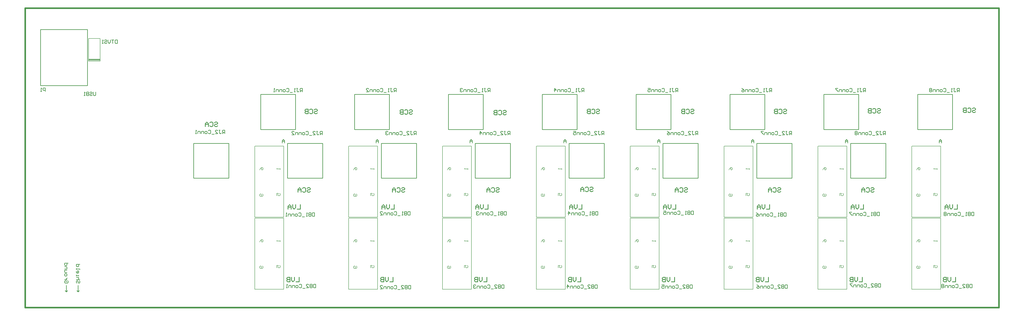
<source format=gbo>
G04 Layer_Color=32896*
%FSLAX42Y42*%
%MOMM*%
G71*
G01*
G75*
%ADD12C,0.25*%
%ADD13C,0.70*%
%ADD42C,0.20*%
%ADD43C,0.15*%
%ADD44C,0.30*%
D12*
X16354Y13005D02*
Y14529D01*
X14846Y13005D02*
X16354D01*
X14846Y14529D02*
X16354D01*
X14846Y13005D02*
Y14529D01*
X20418Y13005D02*
Y14529D01*
X18910Y13005D02*
X20418D01*
X18910Y14529D02*
X20418D01*
X18910Y13005D02*
Y14529D01*
X24482Y13005D02*
Y14529D01*
X22974Y13005D02*
X24482D01*
X22974Y14529D02*
X24482D01*
X22974Y13005D02*
Y14529D01*
X28546Y13005D02*
Y14529D01*
X27038Y13005D02*
X28546D01*
X27038Y14529D02*
X28546D01*
X27038Y13005D02*
Y14529D01*
X32610Y13005D02*
Y14529D01*
X31102Y13005D02*
X32610D01*
X31102Y14529D02*
X32610D01*
X31102Y13005D02*
Y14529D01*
X36674Y13005D02*
Y14529D01*
X35166Y13005D02*
X36674D01*
X35166Y14529D02*
X36674D01*
X35166Y13005D02*
Y14529D01*
X40738Y13005D02*
Y14529D01*
X39230Y13005D02*
X40738D01*
X39230Y14529D02*
X40738D01*
X39230Y13005D02*
Y14529D01*
X44802Y13005D02*
Y14529D01*
X43294Y13005D02*
X44802D01*
X43294Y14529D02*
X44802D01*
X43294Y13005D02*
Y14529D01*
X11938Y10901D02*
X13462D01*
X11938D02*
Y12409D01*
X13462Y10901D02*
Y12409D01*
X11938D02*
X13462D01*
X16002Y10901D02*
X17526D01*
X16002D02*
Y12409D01*
X17526Y10901D02*
Y12409D01*
X16002D02*
X17526D01*
X20066Y10901D02*
X21590D01*
X20066D02*
Y12409D01*
X21590Y10901D02*
Y12409D01*
X20066D02*
X21590D01*
X24130Y10901D02*
X25654D01*
X24130D02*
Y12409D01*
X25654Y10901D02*
Y12409D01*
X24130D02*
X25654D01*
X28194Y10901D02*
X29718D01*
X28194D02*
Y12409D01*
X29718Y10901D02*
Y12409D01*
X28194D02*
X29718D01*
X32258Y10901D02*
X33782D01*
X32258D02*
Y12409D01*
X33782Y10901D02*
Y12409D01*
X32258D02*
X33782D01*
X36322Y10901D02*
X37846D01*
X36322D02*
Y12409D01*
X37846Y10901D02*
Y12409D01*
X36322D02*
X37846D01*
X40386Y10901D02*
X41910D01*
X40386D02*
Y12409D01*
X41910Y10901D02*
Y12409D01*
X40386D02*
X41910D01*
X6426Y5969D02*
Y6248D01*
Y5969D02*
X6477Y6020D01*
X6426Y5969D02*
X6477Y6020D01*
X6375D02*
X6426Y5969D01*
X6883Y6020D02*
X6934Y5969D01*
X6985Y6020D01*
X6934Y5969D02*
X6985Y6020D01*
X6934Y5969D02*
Y6248D01*
X5309Y17346D02*
X7341D01*
X5309Y14912D02*
X7341D01*
X5309D02*
Y17346D01*
X7341Y14912D02*
Y17346D01*
X7395Y16019D02*
X7895D01*
X7395Y16059D02*
X7885D01*
X13284Y12827D02*
Y12979D01*
X13208D01*
X13183Y12954D01*
Y12903D01*
X13208Y12878D01*
X13284D01*
X13233D02*
X13183Y12827D01*
X13030Y12979D02*
X13081D01*
X13056D01*
Y12852D01*
X13081Y12827D01*
X13106D01*
X13132Y12852D01*
X12878Y12827D02*
X12979D01*
X12878Y12929D01*
Y12954D01*
X12903Y12979D01*
X12954D01*
X12979Y12954D01*
X12827Y12802D02*
X12726D01*
X12573Y12954D02*
X12599Y12979D01*
X12649D01*
X12675Y12954D01*
Y12852D01*
X12649Y12827D01*
X12599D01*
X12573Y12852D01*
X12497Y12827D02*
X12446D01*
X12421Y12852D01*
Y12903D01*
X12446Y12929D01*
X12497D01*
X12522Y12903D01*
Y12852D01*
X12497Y12827D01*
X12370D02*
Y12929D01*
X12294D01*
X12269Y12903D01*
Y12827D01*
X12218D02*
Y12929D01*
X12142D01*
X12116Y12903D01*
Y12827D01*
X12065D02*
X12015D01*
X12040D01*
Y12979D01*
X12065Y12954D01*
X16647Y14643D02*
Y14795D01*
X16571D01*
X16546Y14770D01*
Y14719D01*
X16571Y14694D01*
X16647D01*
X16596D02*
X16546Y14643D01*
X16393Y14795D02*
X16444D01*
X16419D01*
Y14668D01*
X16444Y14643D01*
X16469D01*
X16495Y14668D01*
X16342Y14643D02*
X16292D01*
X16317D01*
Y14795D01*
X16342Y14770D01*
X16215Y14618D02*
X16114D01*
X15962Y14770D02*
X15987Y14795D01*
X16038D01*
X16063Y14770D01*
Y14668D01*
X16038Y14643D01*
X15987D01*
X15962Y14668D01*
X15885Y14643D02*
X15835D01*
X15809Y14668D01*
Y14719D01*
X15835Y14745D01*
X15885D01*
X15911Y14719D01*
Y14668D01*
X15885Y14643D01*
X15758D02*
Y14745D01*
X15682D01*
X15657Y14719D01*
Y14643D01*
X15606D02*
Y14745D01*
X15530D01*
X15505Y14719D01*
Y14643D01*
X15454D02*
X15403D01*
X15428D01*
Y14795D01*
X15454Y14770D01*
X17221Y6299D02*
Y6147D01*
X17145D01*
X17120Y6172D01*
Y6274D01*
X17145Y6299D01*
X17221D01*
X17069D02*
Y6147D01*
X16993D01*
X16967Y6172D01*
Y6198D01*
X16993Y6223D01*
X17069D01*
X16993D01*
X16967Y6248D01*
Y6274D01*
X16993Y6299D01*
X17069D01*
X16815Y6147D02*
X16916D01*
X16815Y6248D01*
Y6274D01*
X16840Y6299D01*
X16891D01*
X16916Y6274D01*
X16764Y6121D02*
X16663D01*
X16510Y6274D02*
X16536Y6299D01*
X16586D01*
X16612Y6274D01*
Y6172D01*
X16586Y6147D01*
X16536D01*
X16510Y6172D01*
X16434Y6147D02*
X16383D01*
X16358Y6172D01*
Y6223D01*
X16383Y6248D01*
X16434D01*
X16459Y6223D01*
Y6172D01*
X16434Y6147D01*
X16307D02*
Y6248D01*
X16231D01*
X16206Y6223D01*
Y6147D01*
X16155D02*
Y6248D01*
X16079D01*
X16053Y6223D01*
Y6147D01*
X16002D02*
X15952D01*
X15977D01*
Y6299D01*
X16002Y6274D01*
X17170Y9398D02*
Y9246D01*
X17094D01*
X17069Y9271D01*
Y9373D01*
X17094Y9398D01*
X17170D01*
X17018D02*
Y9246D01*
X16942D01*
X16916Y9271D01*
Y9296D01*
X16942Y9322D01*
X17018D01*
X16942D01*
X16916Y9347D01*
Y9373D01*
X16942Y9398D01*
X17018D01*
X16866Y9246D02*
X16815D01*
X16840D01*
Y9398D01*
X16866Y9373D01*
X16739Y9220D02*
X16637D01*
X16485Y9373D02*
X16510Y9398D01*
X16561D01*
X16586Y9373D01*
Y9271D01*
X16561Y9246D01*
X16510D01*
X16485Y9271D01*
X16409Y9246D02*
X16358D01*
X16332Y9271D01*
Y9322D01*
X16358Y9347D01*
X16409D01*
X16434Y9322D01*
Y9271D01*
X16409Y9246D01*
X16282D02*
Y9347D01*
X16206D01*
X16180Y9322D01*
Y9246D01*
X16129D02*
Y9347D01*
X16053D01*
X16028Y9322D01*
Y9246D01*
X15977D02*
X15926D01*
X15952D01*
Y9398D01*
X15977Y9373D01*
X7700Y14630D02*
Y14503D01*
X7675Y14478D01*
X7624D01*
X7599Y14503D01*
Y14630D01*
X7446Y14605D02*
X7472Y14630D01*
X7523D01*
X7548Y14605D01*
Y14580D01*
X7523Y14554D01*
X7472D01*
X7446Y14529D01*
Y14503D01*
X7472Y14478D01*
X7523D01*
X7548Y14503D01*
X7396Y14630D02*
Y14478D01*
X7320D01*
X7294Y14503D01*
Y14529D01*
X7320Y14554D01*
X7396D01*
X7320D01*
X7294Y14580D01*
Y14605D01*
X7320Y14630D01*
X7396D01*
X7243Y14478D02*
X7193D01*
X7218D01*
Y14630D01*
X7243Y14605D01*
X21311Y9449D02*
Y9296D01*
X21234D01*
X21209Y9322D01*
Y9423D01*
X21234Y9449D01*
X21311D01*
X21158D02*
Y9296D01*
X21082D01*
X21057Y9322D01*
Y9347D01*
X21082Y9373D01*
X21158D01*
X21082D01*
X21057Y9398D01*
Y9423D01*
X21082Y9449D01*
X21158D01*
X21006Y9296D02*
X20955D01*
X20981D01*
Y9449D01*
X21006Y9423D01*
X20879Y9271D02*
X20777D01*
X20625Y9423D02*
X20650Y9449D01*
X20701D01*
X20727Y9423D01*
Y9322D01*
X20701Y9296D01*
X20650D01*
X20625Y9322D01*
X20549Y9296D02*
X20498D01*
X20473Y9322D01*
Y9373D01*
X20498Y9398D01*
X20549D01*
X20574Y9373D01*
Y9322D01*
X20549Y9296D01*
X20422D02*
Y9398D01*
X20346D01*
X20320Y9373D01*
Y9296D01*
X20270D02*
Y9398D01*
X20193D01*
X20168Y9373D01*
Y9296D01*
X20016D02*
X20117D01*
X20016Y9398D01*
Y9423D01*
X20041Y9449D01*
X20092D01*
X20117Y9423D01*
X21336Y6248D02*
Y6096D01*
X21260D01*
X21234Y6121D01*
Y6223D01*
X21260Y6248D01*
X21336D01*
X21184D02*
Y6096D01*
X21107D01*
X21082Y6121D01*
Y6147D01*
X21107Y6172D01*
X21184D01*
X21107D01*
X21082Y6198D01*
Y6223D01*
X21107Y6248D01*
X21184D01*
X20930Y6096D02*
X21031D01*
X20930Y6198D01*
Y6223D01*
X20955Y6248D01*
X21006D01*
X21031Y6223D01*
X20879Y6071D02*
X20777D01*
X20625Y6223D02*
X20650Y6248D01*
X20701D01*
X20727Y6223D01*
Y6121D01*
X20701Y6096D01*
X20650D01*
X20625Y6121D01*
X20549Y6096D02*
X20498D01*
X20473Y6121D01*
Y6172D01*
X20498Y6198D01*
X20549D01*
X20574Y6172D01*
Y6121D01*
X20549Y6096D01*
X20422D02*
Y6198D01*
X20346D01*
X20320Y6172D01*
Y6096D01*
X20270D02*
Y6198D01*
X20193D01*
X20168Y6172D01*
Y6096D01*
X20016D02*
X20117D01*
X20016Y6198D01*
Y6223D01*
X20041Y6248D01*
X20092D01*
X20117Y6223D01*
X20711Y14643D02*
Y14795D01*
X20635D01*
X20610Y14770D01*
Y14719D01*
X20635Y14694D01*
X20711D01*
X20660D02*
X20610Y14643D01*
X20457Y14795D02*
X20508D01*
X20483D01*
Y14668D01*
X20508Y14643D01*
X20533D01*
X20559Y14668D01*
X20406Y14643D02*
X20356D01*
X20381D01*
Y14795D01*
X20406Y14770D01*
X20279Y14618D02*
X20178D01*
X20026Y14770D02*
X20051Y14795D01*
X20102D01*
X20127Y14770D01*
Y14668D01*
X20102Y14643D01*
X20051D01*
X20026Y14668D01*
X19949Y14643D02*
X19899D01*
X19873Y14668D01*
Y14719D01*
X19899Y14745D01*
X19949D01*
X19975Y14719D01*
Y14668D01*
X19949Y14643D01*
X19822D02*
Y14745D01*
X19746D01*
X19721Y14719D01*
Y14643D01*
X19670D02*
Y14745D01*
X19594D01*
X19569Y14719D01*
Y14643D01*
X19416D02*
X19518D01*
X19416Y14745D01*
Y14770D01*
X19442Y14795D01*
X19492D01*
X19518Y14770D01*
X17513Y12781D02*
Y12934D01*
X17437D01*
X17412Y12908D01*
Y12857D01*
X17437Y12832D01*
X17513D01*
X17463D02*
X17412Y12781D01*
X17259Y12934D02*
X17310D01*
X17285D01*
Y12807D01*
X17310Y12781D01*
X17336D01*
X17361Y12807D01*
X17107Y12781D02*
X17209D01*
X17107Y12883D01*
Y12908D01*
X17132Y12934D01*
X17183D01*
X17209Y12908D01*
X17056Y12756D02*
X16955D01*
X16802Y12908D02*
X16828Y12934D01*
X16879D01*
X16904Y12908D01*
Y12807D01*
X16879Y12781D01*
X16828D01*
X16802Y12807D01*
X16726Y12781D02*
X16675D01*
X16650Y12807D01*
Y12857D01*
X16675Y12883D01*
X16726D01*
X16752Y12857D01*
Y12807D01*
X16726Y12781D01*
X16599D02*
Y12883D01*
X16523D01*
X16498Y12857D01*
Y12781D01*
X16447D02*
Y12883D01*
X16371D01*
X16345Y12857D01*
Y12781D01*
X16193D02*
X16294D01*
X16193Y12883D01*
Y12908D01*
X16218Y12934D01*
X16269D01*
X16294Y12908D01*
X25476Y9449D02*
Y9296D01*
X25400D01*
X25375Y9322D01*
Y9423D01*
X25400Y9449D01*
X25476D01*
X25324D02*
Y9296D01*
X25248D01*
X25222Y9322D01*
Y9347D01*
X25248Y9373D01*
X25324D01*
X25248D01*
X25222Y9398D01*
Y9423D01*
X25248Y9449D01*
X25324D01*
X25171Y9296D02*
X25121D01*
X25146D01*
Y9449D01*
X25171Y9423D01*
X25045Y9271D02*
X24943D01*
X24791Y9423D02*
X24816Y9449D01*
X24867D01*
X24892Y9423D01*
Y9322D01*
X24867Y9296D01*
X24816D01*
X24791Y9322D01*
X24714Y9296D02*
X24664D01*
X24638Y9322D01*
Y9373D01*
X24664Y9398D01*
X24714D01*
X24740Y9373D01*
Y9322D01*
X24714Y9296D01*
X24587D02*
Y9398D01*
X24511D01*
X24486Y9373D01*
Y9296D01*
X24435D02*
Y9398D01*
X24359D01*
X24334Y9373D01*
Y9296D01*
X24283Y9423D02*
X24257Y9449D01*
X24207D01*
X24181Y9423D01*
Y9398D01*
X24207Y9373D01*
X24232D01*
X24207D01*
X24181Y9347D01*
Y9322D01*
X24207Y9296D01*
X24257D01*
X24283Y9322D01*
X25375Y6274D02*
Y6121D01*
X25298D01*
X25273Y6147D01*
Y6248D01*
X25298Y6274D01*
X25375D01*
X25222D02*
Y6121D01*
X25146D01*
X25121Y6147D01*
Y6172D01*
X25146Y6198D01*
X25222D01*
X25146D01*
X25121Y6223D01*
Y6248D01*
X25146Y6274D01*
X25222D01*
X24968Y6121D02*
X25070D01*
X24968Y6223D01*
Y6248D01*
X24994Y6274D01*
X25045D01*
X25070Y6248D01*
X24918Y6096D02*
X24816D01*
X24664Y6248D02*
X24689Y6274D01*
X24740D01*
X24765Y6248D01*
Y6147D01*
X24740Y6121D01*
X24689D01*
X24664Y6147D01*
X24587Y6121D02*
X24537D01*
X24511Y6147D01*
Y6198D01*
X24537Y6223D01*
X24587D01*
X24613Y6198D01*
Y6147D01*
X24587Y6121D01*
X24460D02*
Y6223D01*
X24384D01*
X24359Y6198D01*
Y6121D01*
X24308D02*
Y6223D01*
X24232D01*
X24207Y6198D01*
Y6121D01*
X24156Y6248D02*
X24130Y6274D01*
X24080D01*
X24054Y6248D01*
Y6223D01*
X24080Y6198D01*
X24105D01*
X24080D01*
X24054Y6172D01*
Y6147D01*
X24080Y6121D01*
X24130D01*
X24156Y6147D01*
X24775Y14643D02*
Y14795D01*
X24699D01*
X24674Y14770D01*
Y14719D01*
X24699Y14694D01*
X24775D01*
X24724D02*
X24674Y14643D01*
X24521Y14795D02*
X24572D01*
X24547D01*
Y14668D01*
X24572Y14643D01*
X24597D01*
X24623Y14668D01*
X24470Y14643D02*
X24420D01*
X24445D01*
Y14795D01*
X24470Y14770D01*
X24343Y14618D02*
X24242D01*
X24090Y14770D02*
X24115Y14795D01*
X24166D01*
X24191Y14770D01*
Y14668D01*
X24166Y14643D01*
X24115D01*
X24090Y14668D01*
X24013Y14643D02*
X23963D01*
X23937Y14668D01*
Y14719D01*
X23963Y14745D01*
X24013D01*
X24039Y14719D01*
Y14668D01*
X24013Y14643D01*
X23886D02*
Y14745D01*
X23810D01*
X23785Y14719D01*
Y14643D01*
X23734D02*
Y14745D01*
X23658D01*
X23633Y14719D01*
Y14643D01*
X23582Y14770D02*
X23556Y14795D01*
X23506D01*
X23480Y14770D01*
Y14745D01*
X23506Y14719D01*
X23531D01*
X23506D01*
X23480Y14694D01*
Y14668D01*
X23506Y14643D01*
X23556D01*
X23582Y14668D01*
X21577Y12781D02*
Y12934D01*
X21501D01*
X21476Y12908D01*
Y12857D01*
X21501Y12832D01*
X21577D01*
X21527D02*
X21476Y12781D01*
X21323Y12934D02*
X21374D01*
X21349D01*
Y12807D01*
X21374Y12781D01*
X21400D01*
X21425Y12807D01*
X21171Y12781D02*
X21273D01*
X21171Y12883D01*
Y12908D01*
X21196Y12934D01*
X21247D01*
X21273Y12908D01*
X21120Y12756D02*
X21019D01*
X20866Y12908D02*
X20892Y12934D01*
X20943D01*
X20968Y12908D01*
Y12807D01*
X20943Y12781D01*
X20892D01*
X20866Y12807D01*
X20790Y12781D02*
X20739D01*
X20714Y12807D01*
Y12857D01*
X20739Y12883D01*
X20790D01*
X20816Y12857D01*
Y12807D01*
X20790Y12781D01*
X20663D02*
Y12883D01*
X20587D01*
X20562Y12857D01*
Y12781D01*
X20511D02*
Y12883D01*
X20435D01*
X20409Y12857D01*
Y12781D01*
X20358Y12908D02*
X20333Y12934D01*
X20282D01*
X20257Y12908D01*
Y12883D01*
X20282Y12857D01*
X20308D01*
X20282D01*
X20257Y12832D01*
Y12807D01*
X20282Y12781D01*
X20333D01*
X20358Y12807D01*
X29439Y9449D02*
Y9296D01*
X29362D01*
X29337Y9322D01*
Y9423D01*
X29362Y9449D01*
X29439D01*
X29286D02*
Y9296D01*
X29210D01*
X29185Y9322D01*
Y9347D01*
X29210Y9373D01*
X29286D01*
X29210D01*
X29185Y9398D01*
Y9423D01*
X29210Y9449D01*
X29286D01*
X29134Y9296D02*
X29083D01*
X29109D01*
Y9449D01*
X29134Y9423D01*
X29007Y9271D02*
X28905D01*
X28753Y9423D02*
X28778Y9449D01*
X28829D01*
X28855Y9423D01*
Y9322D01*
X28829Y9296D01*
X28778D01*
X28753Y9322D01*
X28677Y9296D02*
X28626D01*
X28601Y9322D01*
Y9373D01*
X28626Y9398D01*
X28677D01*
X28702Y9373D01*
Y9322D01*
X28677Y9296D01*
X28550D02*
Y9398D01*
X28474D01*
X28448Y9373D01*
Y9296D01*
X28398D02*
Y9398D01*
X28321D01*
X28296Y9373D01*
Y9296D01*
X28169D02*
Y9449D01*
X28245Y9373D01*
X28144D01*
X29413Y6274D02*
Y6121D01*
X29337D01*
X29312Y6147D01*
Y6248D01*
X29337Y6274D01*
X29413D01*
X29261D02*
Y6121D01*
X29185D01*
X29159Y6147D01*
Y6172D01*
X29185Y6198D01*
X29261D01*
X29185D01*
X29159Y6223D01*
Y6248D01*
X29185Y6274D01*
X29261D01*
X29007Y6121D02*
X29108D01*
X29007Y6223D01*
Y6248D01*
X29032Y6274D01*
X29083D01*
X29108Y6248D01*
X28956Y6096D02*
X28855D01*
X28702Y6248D02*
X28728Y6274D01*
X28778D01*
X28804Y6248D01*
Y6147D01*
X28778Y6121D01*
X28728D01*
X28702Y6147D01*
X28626Y6121D02*
X28575D01*
X28550Y6147D01*
Y6198D01*
X28575Y6223D01*
X28626D01*
X28651Y6198D01*
Y6147D01*
X28626Y6121D01*
X28499D02*
Y6223D01*
X28423D01*
X28398Y6198D01*
Y6121D01*
X28347D02*
Y6223D01*
X28271D01*
X28245Y6198D01*
Y6121D01*
X28118D02*
Y6274D01*
X28194Y6198D01*
X28093D01*
X28839Y14643D02*
Y14795D01*
X28763D01*
X28738Y14770D01*
Y14719D01*
X28763Y14694D01*
X28839D01*
X28788D02*
X28738Y14643D01*
X28585Y14795D02*
X28636D01*
X28611D01*
Y14668D01*
X28636Y14643D01*
X28661D01*
X28687Y14668D01*
X28534Y14643D02*
X28484D01*
X28509D01*
Y14795D01*
X28534Y14770D01*
X28408Y14618D02*
X28306D01*
X28154Y14770D02*
X28179Y14795D01*
X28230D01*
X28255Y14770D01*
Y14668D01*
X28230Y14643D01*
X28179D01*
X28154Y14668D01*
X28077Y14643D02*
X28027D01*
X28001Y14668D01*
Y14719D01*
X28027Y14745D01*
X28077D01*
X28103Y14719D01*
Y14668D01*
X28077Y14643D01*
X27950D02*
Y14745D01*
X27874D01*
X27849Y14719D01*
Y14643D01*
X27798D02*
Y14745D01*
X27722D01*
X27697Y14719D01*
Y14643D01*
X27570D02*
Y14795D01*
X27646Y14719D01*
X27544D01*
X25641Y12781D02*
Y12934D01*
X25565D01*
X25540Y12908D01*
Y12857D01*
X25565Y12832D01*
X25641D01*
X25591D02*
X25540Y12781D01*
X25387Y12934D02*
X25438D01*
X25413D01*
Y12807D01*
X25438Y12781D01*
X25464D01*
X25489Y12807D01*
X25235Y12781D02*
X25337D01*
X25235Y12883D01*
Y12908D01*
X25260Y12934D01*
X25311D01*
X25337Y12908D01*
X25184Y12756D02*
X25083D01*
X24930Y12908D02*
X24956Y12934D01*
X25007D01*
X25032Y12908D01*
Y12807D01*
X25007Y12781D01*
X24956D01*
X24930Y12807D01*
X24854Y12781D02*
X24803D01*
X24778Y12807D01*
Y12857D01*
X24803Y12883D01*
X24854D01*
X24880Y12857D01*
Y12807D01*
X24854Y12781D01*
X24727D02*
Y12883D01*
X24651D01*
X24626Y12857D01*
Y12781D01*
X24575D02*
Y12883D01*
X24499D01*
X24473Y12857D01*
Y12781D01*
X24346D02*
Y12934D01*
X24422Y12857D01*
X24321D01*
X33579Y9474D02*
Y9322D01*
X33503D01*
X33477Y9347D01*
Y9449D01*
X33503Y9474D01*
X33579D01*
X33426D02*
Y9322D01*
X33350D01*
X33325Y9347D01*
Y9373D01*
X33350Y9398D01*
X33426D01*
X33350D01*
X33325Y9423D01*
Y9449D01*
X33350Y9474D01*
X33426D01*
X33274Y9322D02*
X33223D01*
X33249D01*
Y9474D01*
X33274Y9449D01*
X33147Y9296D02*
X33046D01*
X32893Y9449D02*
X32919Y9474D01*
X32969D01*
X32995Y9449D01*
Y9347D01*
X32969Y9322D01*
X32919D01*
X32893Y9347D01*
X32817Y9322D02*
X32766D01*
X32741Y9347D01*
Y9398D01*
X32766Y9423D01*
X32817D01*
X32842Y9398D01*
Y9347D01*
X32817Y9322D01*
X32690D02*
Y9423D01*
X32614D01*
X32589Y9398D01*
Y9322D01*
X32538D02*
Y9423D01*
X32462D01*
X32436Y9398D01*
Y9322D01*
X32284Y9474D02*
X32385D01*
Y9398D01*
X32335Y9423D01*
X32309D01*
X32284Y9398D01*
Y9347D01*
X32309Y9322D01*
X32360D01*
X32385Y9347D01*
X33528Y6274D02*
Y6121D01*
X33452D01*
X33426Y6147D01*
Y6248D01*
X33452Y6274D01*
X33528D01*
X33376D02*
Y6121D01*
X33299D01*
X33274Y6147D01*
Y6172D01*
X33299Y6198D01*
X33376D01*
X33299D01*
X33274Y6223D01*
Y6248D01*
X33299Y6274D01*
X33376D01*
X33122Y6121D02*
X33223D01*
X33122Y6223D01*
Y6248D01*
X33147Y6274D01*
X33198D01*
X33223Y6248D01*
X33071Y6096D02*
X32969D01*
X32817Y6248D02*
X32842Y6274D01*
X32893D01*
X32919Y6248D01*
Y6147D01*
X32893Y6121D01*
X32842D01*
X32817Y6147D01*
X32741Y6121D02*
X32690D01*
X32665Y6147D01*
Y6198D01*
X32690Y6223D01*
X32741D01*
X32766Y6198D01*
Y6147D01*
X32741Y6121D01*
X32614D02*
Y6223D01*
X32538D01*
X32512Y6198D01*
Y6121D01*
X32462D02*
Y6223D01*
X32385D01*
X32360Y6198D01*
Y6121D01*
X32208Y6274D02*
X32309D01*
Y6198D01*
X32258Y6223D01*
X32233D01*
X32208Y6198D01*
Y6147D01*
X32233Y6121D01*
X32284D01*
X32309Y6147D01*
X32903Y14643D02*
Y14795D01*
X32827D01*
X32802Y14770D01*
Y14719D01*
X32827Y14694D01*
X32903D01*
X32852D02*
X32802Y14643D01*
X32649Y14795D02*
X32700D01*
X32675D01*
Y14668D01*
X32700Y14643D01*
X32725D01*
X32751Y14668D01*
X32598Y14643D02*
X32548D01*
X32573D01*
Y14795D01*
X32598Y14770D01*
X32471Y14618D02*
X32370D01*
X32218Y14770D02*
X32243Y14795D01*
X32294D01*
X32319Y14770D01*
Y14668D01*
X32294Y14643D01*
X32243D01*
X32218Y14668D01*
X32141Y14643D02*
X32091D01*
X32065Y14668D01*
Y14719D01*
X32091Y14745D01*
X32141D01*
X32167Y14719D01*
Y14668D01*
X32141Y14643D01*
X32014D02*
Y14745D01*
X31938D01*
X31913Y14719D01*
Y14643D01*
X31862D02*
Y14745D01*
X31786D01*
X31761Y14719D01*
Y14643D01*
X31608Y14795D02*
X31710D01*
Y14719D01*
X31659Y14745D01*
X31634D01*
X31608Y14719D01*
Y14668D01*
X31634Y14643D01*
X31684D01*
X31710Y14668D01*
X29705Y12781D02*
Y12934D01*
X29629D01*
X29604Y12908D01*
Y12857D01*
X29629Y12832D01*
X29705D01*
X29655D02*
X29604Y12781D01*
X29451Y12934D02*
X29502D01*
X29477D01*
Y12807D01*
X29502Y12781D01*
X29528D01*
X29553Y12807D01*
X29299Y12781D02*
X29401D01*
X29299Y12883D01*
Y12908D01*
X29324Y12934D01*
X29375D01*
X29401Y12908D01*
X29248Y12756D02*
X29147D01*
X28994Y12908D02*
X29020Y12934D01*
X29071D01*
X29096Y12908D01*
Y12807D01*
X29071Y12781D01*
X29020D01*
X28994Y12807D01*
X28918Y12781D02*
X28867D01*
X28842Y12807D01*
Y12857D01*
X28867Y12883D01*
X28918D01*
X28944Y12857D01*
Y12807D01*
X28918Y12781D01*
X28791D02*
Y12883D01*
X28715D01*
X28690Y12857D01*
Y12781D01*
X28639D02*
Y12883D01*
X28563D01*
X28537Y12857D01*
Y12781D01*
X28385Y12934D02*
X28486D01*
Y12857D01*
X28436Y12883D01*
X28410D01*
X28385Y12857D01*
Y12807D01*
X28410Y12781D01*
X28461D01*
X28486Y12807D01*
X37592Y9398D02*
Y9246D01*
X37516D01*
X37490Y9271D01*
Y9373D01*
X37516Y9398D01*
X37592D01*
X37440D02*
Y9246D01*
X37363D01*
X37338Y9271D01*
Y9296D01*
X37363Y9322D01*
X37440D01*
X37363D01*
X37338Y9347D01*
Y9373D01*
X37363Y9398D01*
X37440D01*
X37287Y9246D02*
X37237D01*
X37262D01*
Y9398D01*
X37287Y9373D01*
X37160Y9220D02*
X37059D01*
X36906Y9373D02*
X36932Y9398D01*
X36983D01*
X37008Y9373D01*
Y9271D01*
X36983Y9246D01*
X36932D01*
X36906Y9271D01*
X36830Y9246D02*
X36779D01*
X36754Y9271D01*
Y9322D01*
X36779Y9347D01*
X36830D01*
X36856Y9322D01*
Y9271D01*
X36830Y9246D01*
X36703D02*
Y9347D01*
X36627D01*
X36602Y9322D01*
Y9246D01*
X36551D02*
Y9347D01*
X36475D01*
X36449Y9322D01*
Y9246D01*
X36297Y9398D02*
X36348Y9373D01*
X36399Y9322D01*
Y9271D01*
X36373Y9246D01*
X36322D01*
X36297Y9271D01*
Y9296D01*
X36322Y9322D01*
X36399D01*
X37643Y6274D02*
Y6121D01*
X37567D01*
X37541Y6147D01*
Y6248D01*
X37567Y6274D01*
X37643D01*
X37490D02*
Y6121D01*
X37414D01*
X37389Y6147D01*
Y6172D01*
X37414Y6198D01*
X37490D01*
X37414D01*
X37389Y6223D01*
Y6248D01*
X37414Y6274D01*
X37490D01*
X37237Y6121D02*
X37338D01*
X37237Y6223D01*
Y6248D01*
X37262Y6274D01*
X37313D01*
X37338Y6248D01*
X37186Y6096D02*
X37084D01*
X36932Y6248D02*
X36957Y6274D01*
X37008D01*
X37033Y6248D01*
Y6147D01*
X37008Y6121D01*
X36957D01*
X36932Y6147D01*
X36856Y6121D02*
X36805D01*
X36779Y6147D01*
Y6198D01*
X36805Y6223D01*
X36856D01*
X36881Y6198D01*
Y6147D01*
X36856Y6121D01*
X36729D02*
Y6223D01*
X36653D01*
X36627Y6198D01*
Y6121D01*
X36576D02*
Y6223D01*
X36500D01*
X36475Y6198D01*
Y6121D01*
X36322Y6274D02*
X36373Y6248D01*
X36424Y6198D01*
Y6147D01*
X36399Y6121D01*
X36348D01*
X36322Y6147D01*
Y6172D01*
X36348Y6198D01*
X36424D01*
X36967Y14643D02*
Y14795D01*
X36891D01*
X36866Y14770D01*
Y14719D01*
X36891Y14694D01*
X36967D01*
X36916D02*
X36866Y14643D01*
X36713Y14795D02*
X36764D01*
X36739D01*
Y14668D01*
X36764Y14643D01*
X36789D01*
X36815Y14668D01*
X36662Y14643D02*
X36612D01*
X36637D01*
Y14795D01*
X36662Y14770D01*
X36536Y14618D02*
X36434D01*
X36282Y14770D02*
X36307Y14795D01*
X36358D01*
X36383Y14770D01*
Y14668D01*
X36358Y14643D01*
X36307D01*
X36282Y14668D01*
X36205Y14643D02*
X36155D01*
X36129Y14668D01*
Y14719D01*
X36155Y14745D01*
X36205D01*
X36231Y14719D01*
Y14668D01*
X36205Y14643D01*
X36078D02*
Y14745D01*
X36002D01*
X35977Y14719D01*
Y14643D01*
X35926D02*
Y14745D01*
X35850D01*
X35825Y14719D01*
Y14643D01*
X35672Y14795D02*
X35723Y14770D01*
X35774Y14719D01*
Y14668D01*
X35748Y14643D01*
X35698D01*
X35672Y14668D01*
Y14694D01*
X35698Y14719D01*
X35774D01*
X33769Y12781D02*
Y12934D01*
X33693D01*
X33668Y12908D01*
Y12857D01*
X33693Y12832D01*
X33769D01*
X33719D02*
X33668Y12781D01*
X33515Y12934D02*
X33566D01*
X33541D01*
Y12807D01*
X33566Y12781D01*
X33592D01*
X33617Y12807D01*
X33363Y12781D02*
X33465D01*
X33363Y12883D01*
Y12908D01*
X33388Y12934D01*
X33439D01*
X33465Y12908D01*
X33312Y12756D02*
X33211D01*
X33058Y12908D02*
X33084Y12934D01*
X33135D01*
X33160Y12908D01*
Y12807D01*
X33135Y12781D01*
X33084D01*
X33058Y12807D01*
X32982Y12781D02*
X32931D01*
X32906Y12807D01*
Y12857D01*
X32931Y12883D01*
X32982D01*
X33008Y12857D01*
Y12807D01*
X32982Y12781D01*
X32855D02*
Y12883D01*
X32779D01*
X32754Y12857D01*
Y12781D01*
X32703D02*
Y12883D01*
X32627D01*
X32601Y12857D01*
Y12781D01*
X32449Y12934D02*
X32500Y12908D01*
X32550Y12857D01*
Y12807D01*
X32525Y12781D01*
X32474D01*
X32449Y12807D01*
Y12832D01*
X32474Y12857D01*
X32550D01*
X41631Y9423D02*
Y9271D01*
X41554D01*
X41529Y9296D01*
Y9398D01*
X41554Y9423D01*
X41631D01*
X41478D02*
Y9271D01*
X41402D01*
X41377Y9296D01*
Y9322D01*
X41402Y9347D01*
X41478D01*
X41402D01*
X41377Y9373D01*
Y9398D01*
X41402Y9423D01*
X41478D01*
X41326Y9271D02*
X41275D01*
X41301D01*
Y9423D01*
X41326Y9398D01*
X41199Y9246D02*
X41097D01*
X40945Y9398D02*
X40970Y9423D01*
X41021D01*
X41047Y9398D01*
Y9296D01*
X41021Y9271D01*
X40970D01*
X40945Y9296D01*
X40869Y9271D02*
X40818D01*
X40793Y9296D01*
Y9347D01*
X40818Y9373D01*
X40869D01*
X40894Y9347D01*
Y9296D01*
X40869Y9271D01*
X40742D02*
Y9373D01*
X40666D01*
X40640Y9347D01*
Y9271D01*
X40590D02*
Y9373D01*
X40513D01*
X40488Y9347D01*
Y9271D01*
X40437Y9423D02*
X40336D01*
Y9398D01*
X40437Y9296D01*
Y9271D01*
X41681Y6325D02*
Y6172D01*
X41605D01*
X41580Y6198D01*
Y6299D01*
X41605Y6325D01*
X41681D01*
X41529D02*
Y6172D01*
X41453D01*
X41427Y6198D01*
Y6223D01*
X41453Y6248D01*
X41529D01*
X41453D01*
X41427Y6274D01*
Y6299D01*
X41453Y6325D01*
X41529D01*
X41275Y6172D02*
X41377D01*
X41275Y6274D01*
Y6299D01*
X41301Y6325D01*
X41351D01*
X41377Y6299D01*
X41224Y6147D02*
X41123D01*
X40970Y6299D02*
X40996Y6325D01*
X41047D01*
X41072Y6299D01*
Y6198D01*
X41047Y6172D01*
X40996D01*
X40970Y6198D01*
X40894Y6172D02*
X40843D01*
X40818Y6198D01*
Y6248D01*
X40843Y6274D01*
X40894D01*
X40920Y6248D01*
Y6198D01*
X40894Y6172D01*
X40767D02*
Y6274D01*
X40691D01*
X40666Y6248D01*
Y6172D01*
X40615D02*
Y6274D01*
X40539D01*
X40513Y6248D01*
Y6172D01*
X40463Y6325D02*
X40361D01*
Y6299D01*
X40463Y6198D01*
Y6172D01*
X41031Y14643D02*
Y14795D01*
X40955D01*
X40930Y14770D01*
Y14719D01*
X40955Y14694D01*
X41031D01*
X40980D02*
X40930Y14643D01*
X40777Y14795D02*
X40828D01*
X40803D01*
Y14668D01*
X40828Y14643D01*
X40853D01*
X40879Y14668D01*
X40726Y14643D02*
X40676D01*
X40701D01*
Y14795D01*
X40726Y14770D01*
X40599Y14618D02*
X40498D01*
X40346Y14770D02*
X40371Y14795D01*
X40422D01*
X40447Y14770D01*
Y14668D01*
X40422Y14643D01*
X40371D01*
X40346Y14668D01*
X40269Y14643D02*
X40219D01*
X40193Y14668D01*
Y14719D01*
X40219Y14745D01*
X40269D01*
X40295Y14719D01*
Y14668D01*
X40269Y14643D01*
X40142D02*
Y14745D01*
X40066D01*
X40041Y14719D01*
Y14643D01*
X39990D02*
Y14745D01*
X39914D01*
X39889Y14719D01*
Y14643D01*
X39838Y14795D02*
X39736D01*
Y14770D01*
X39838Y14668D01*
Y14643D01*
X37833Y12781D02*
Y12934D01*
X37757D01*
X37732Y12908D01*
Y12857D01*
X37757Y12832D01*
X37833D01*
X37783D02*
X37732Y12781D01*
X37579Y12934D02*
X37630D01*
X37605D01*
Y12807D01*
X37630Y12781D01*
X37656D01*
X37681Y12807D01*
X37427Y12781D02*
X37529D01*
X37427Y12883D01*
Y12908D01*
X37452Y12934D01*
X37503D01*
X37529Y12908D01*
X37376Y12756D02*
X37275D01*
X37122Y12908D02*
X37148Y12934D01*
X37199D01*
X37224Y12908D01*
Y12807D01*
X37199Y12781D01*
X37148D01*
X37122Y12807D01*
X37046Y12781D02*
X36995D01*
X36970Y12807D01*
Y12857D01*
X36995Y12883D01*
X37046D01*
X37072Y12857D01*
Y12807D01*
X37046Y12781D01*
X36919D02*
Y12883D01*
X36843D01*
X36818Y12857D01*
Y12781D01*
X36767D02*
Y12883D01*
X36691D01*
X36665Y12857D01*
Y12781D01*
X36614Y12934D02*
X36513D01*
Y12908D01*
X36614Y12807D01*
Y12781D01*
X45720Y9423D02*
Y9271D01*
X45644D01*
X45618Y9296D01*
Y9398D01*
X45644Y9423D01*
X45720D01*
X45568D02*
Y9271D01*
X45491D01*
X45466Y9296D01*
Y9322D01*
X45491Y9347D01*
X45568D01*
X45491D01*
X45466Y9373D01*
Y9398D01*
X45491Y9423D01*
X45568D01*
X45415Y9271D02*
X45365D01*
X45390D01*
Y9423D01*
X45415Y9398D01*
X45288Y9246D02*
X45187D01*
X45034Y9398D02*
X45060Y9423D01*
X45111D01*
X45136Y9398D01*
Y9296D01*
X45111Y9271D01*
X45060D01*
X45034Y9296D01*
X44958Y9271D02*
X44907D01*
X44882Y9296D01*
Y9347D01*
X44907Y9373D01*
X44958D01*
X44984Y9347D01*
Y9296D01*
X44958Y9271D01*
X44831D02*
Y9373D01*
X44755D01*
X44730Y9347D01*
Y9271D01*
X44679D02*
Y9373D01*
X44603D01*
X44577Y9347D01*
Y9271D01*
X44527Y9398D02*
X44501Y9423D01*
X44450D01*
X44425Y9398D01*
Y9373D01*
X44450Y9347D01*
X44425Y9322D01*
Y9296D01*
X44450Y9271D01*
X44501D01*
X44527Y9296D01*
Y9322D01*
X44501Y9347D01*
X44527Y9373D01*
Y9398D01*
X44501Y9347D02*
X44450D01*
X45644Y6299D02*
Y6147D01*
X45568D01*
X45542Y6172D01*
Y6274D01*
X45568Y6299D01*
X45644D01*
X45491D02*
Y6147D01*
X45415D01*
X45390Y6172D01*
Y6198D01*
X45415Y6223D01*
X45491D01*
X45415D01*
X45390Y6248D01*
Y6274D01*
X45415Y6299D01*
X45491D01*
X45238Y6147D02*
X45339D01*
X45238Y6248D01*
Y6274D01*
X45263Y6299D01*
X45314D01*
X45339Y6274D01*
X45187Y6121D02*
X45085D01*
X44933Y6274D02*
X44958Y6299D01*
X45009D01*
X45034Y6274D01*
Y6172D01*
X45009Y6147D01*
X44958D01*
X44933Y6172D01*
X44857Y6147D02*
X44806D01*
X44780Y6172D01*
Y6223D01*
X44806Y6248D01*
X44857D01*
X44882Y6223D01*
Y6172D01*
X44857Y6147D01*
X44730D02*
Y6248D01*
X44654D01*
X44628Y6223D01*
Y6147D01*
X44577D02*
Y6248D01*
X44501D01*
X44476Y6223D01*
Y6147D01*
X44425Y6274D02*
X44400Y6299D01*
X44349D01*
X44323Y6274D01*
Y6248D01*
X44349Y6223D01*
X44323Y6198D01*
Y6172D01*
X44349Y6147D01*
X44400D01*
X44425Y6172D01*
Y6198D01*
X44400Y6223D01*
X44425Y6248D01*
Y6274D01*
X44400Y6223D02*
X44349D01*
X45095Y14643D02*
Y14795D01*
X45019D01*
X44994Y14770D01*
Y14719D01*
X45019Y14694D01*
X45095D01*
X45044D02*
X44994Y14643D01*
X44841Y14795D02*
X44892D01*
X44867D01*
Y14668D01*
X44892Y14643D01*
X44917D01*
X44943Y14668D01*
X44790Y14643D02*
X44740D01*
X44765D01*
Y14795D01*
X44790Y14770D01*
X44664Y14618D02*
X44562D01*
X44410Y14770D02*
X44435Y14795D01*
X44486D01*
X44511Y14770D01*
Y14668D01*
X44486Y14643D01*
X44435D01*
X44410Y14668D01*
X44333Y14643D02*
X44283D01*
X44257Y14668D01*
Y14719D01*
X44283Y14745D01*
X44333D01*
X44359Y14719D01*
Y14668D01*
X44333Y14643D01*
X44206D02*
Y14745D01*
X44130D01*
X44105Y14719D01*
Y14643D01*
X44054D02*
Y14745D01*
X43978D01*
X43953Y14719D01*
Y14643D01*
X43902Y14770D02*
X43876Y14795D01*
X43826D01*
X43800Y14770D01*
Y14745D01*
X43826Y14719D01*
X43800Y14694D01*
Y14668D01*
X43826Y14643D01*
X43876D01*
X43902Y14668D01*
Y14694D01*
X43876Y14719D01*
X43902Y14745D01*
Y14770D01*
X43876Y14719D02*
X43826D01*
X41897Y12781D02*
Y12934D01*
X41821D01*
X41796Y12908D01*
Y12857D01*
X41821Y12832D01*
X41897D01*
X41847D02*
X41796Y12781D01*
X41643Y12934D02*
X41694D01*
X41669D01*
Y12807D01*
X41694Y12781D01*
X41720D01*
X41745Y12807D01*
X41491Y12781D02*
X41593D01*
X41491Y12883D01*
Y12908D01*
X41516Y12934D01*
X41567D01*
X41593Y12908D01*
X41440Y12756D02*
X41339D01*
X41186Y12908D02*
X41212Y12934D01*
X41263D01*
X41288Y12908D01*
Y12807D01*
X41263Y12781D01*
X41212D01*
X41186Y12807D01*
X41110Y12781D02*
X41059D01*
X41034Y12807D01*
Y12857D01*
X41059Y12883D01*
X41110D01*
X41136Y12857D01*
Y12807D01*
X41110Y12781D01*
X40983D02*
Y12883D01*
X40907D01*
X40882Y12857D01*
Y12781D01*
X40831D02*
Y12883D01*
X40755D01*
X40729Y12857D01*
Y12781D01*
X40678Y12908D02*
X40653Y12934D01*
X40602D01*
X40577Y12908D01*
Y12883D01*
X40602Y12857D01*
X40577Y12832D01*
Y12807D01*
X40602Y12781D01*
X40653D01*
X40678Y12807D01*
Y12832D01*
X40653Y12857D01*
X40678Y12883D01*
Y12908D01*
X40653Y12857D02*
X40602D01*
X5512Y14656D02*
Y14808D01*
X5436D01*
X5410Y14783D01*
Y14732D01*
X5436Y14707D01*
X5512D01*
X5359Y14656D02*
X5309D01*
X5334D01*
Y14808D01*
X5359Y14783D01*
X8636Y16891D02*
Y16739D01*
X8560D01*
X8534Y16764D01*
Y16866D01*
X8560Y16891D01*
X8636D01*
X8484D02*
X8382D01*
X8433D01*
Y16739D01*
X8331Y16891D02*
Y16789D01*
X8281Y16739D01*
X8230Y16789D01*
Y16891D01*
X8077Y16866D02*
X8103Y16891D01*
X8154D01*
X8179Y16866D01*
Y16840D01*
X8154Y16815D01*
X8103D01*
X8077Y16789D01*
Y16764D01*
X8103Y16739D01*
X8154D01*
X8179Y16764D01*
X8027Y16739D02*
X7976D01*
X8001D01*
Y16891D01*
X8027Y16866D01*
X15773Y12421D02*
Y12522D01*
X15824Y12573D01*
X15875Y12522D01*
Y12421D01*
Y12497D01*
X15773D01*
X19837Y12421D02*
Y12522D01*
X19888Y12573D01*
X19939Y12522D01*
Y12421D01*
Y12497D01*
X19837D01*
X23901Y12421D02*
Y12522D01*
X23952Y12573D01*
X24003Y12522D01*
Y12421D01*
Y12497D01*
X23901D01*
X27965Y12421D02*
Y12522D01*
X28016Y12573D01*
X28067Y12522D01*
Y12421D01*
Y12497D01*
X27965D01*
X32029Y12421D02*
Y12522D01*
X32080Y12573D01*
X32131Y12522D01*
Y12421D01*
Y12497D01*
X32029D01*
X36093Y12421D02*
Y12522D01*
X36144Y12573D01*
X36195Y12522D01*
Y12421D01*
Y12497D01*
X36093D01*
X40157Y12421D02*
Y12522D01*
X40208Y12573D01*
X40259Y12522D01*
Y12421D01*
Y12497D01*
X40157D01*
X44221Y12421D02*
Y12522D01*
X44272Y12573D01*
X44323Y12522D01*
Y12421D01*
Y12497D01*
X44221D01*
X6477Y6452D02*
X6502Y6426D01*
Y6375D01*
X6477Y6350D01*
X6375D01*
X6350Y6375D01*
Y6426D01*
X6375Y6452D01*
X6426D01*
Y6401D01*
X6452Y6502D02*
X6350D01*
X6401D01*
X6426Y6528D01*
X6452Y6553D01*
Y6579D01*
X6350Y6680D02*
Y6731D01*
X6375Y6756D01*
X6426D01*
X6452Y6731D01*
Y6680D01*
X6426Y6655D01*
X6375D01*
X6350Y6680D01*
X6452Y6807D02*
X6375D01*
X6350Y6832D01*
Y6909D01*
X6452D01*
X6350Y6959D02*
X6452D01*
Y7036D01*
X6426Y7061D01*
X6350D01*
X6502Y7213D02*
X6350D01*
Y7137D01*
X6375Y7112D01*
X6426D01*
X6452Y7137D01*
Y7213D01*
X6985Y6452D02*
X7010Y6426D01*
Y6375D01*
X6985Y6350D01*
X6960D01*
X6934Y6375D01*
Y6426D01*
X6909Y6452D01*
X6883D01*
X6858Y6426D01*
Y6375D01*
X6883Y6350D01*
X7010Y6502D02*
X6858D01*
X6934D01*
X6960Y6528D01*
Y6579D01*
X6934Y6604D01*
X6858D01*
Y6655D02*
Y6705D01*
Y6680D01*
X6960D01*
Y6655D01*
X6858Y6858D02*
Y6807D01*
X6883Y6782D01*
X6934D01*
X6960Y6807D01*
Y6858D01*
X6934Y6883D01*
X6909D01*
Y6782D01*
X6858Y6934D02*
Y6985D01*
Y6959D01*
X7010D01*
Y6934D01*
Y7163D02*
X6858D01*
Y7086D01*
X6883Y7061D01*
X6934D01*
X6960Y7086D01*
Y7163D01*
D13*
X4648Y18263D02*
X4648Y5283D01*
X4648Y18263D02*
X46812Y18263D01*
Y5283D02*
Y18263D01*
X4648Y5283D02*
X46812Y5283D01*
D42*
X18664Y9202D02*
X19903D01*
X18651Y9204D02*
Y12276D01*
X18664Y12289D01*
X19903D01*
Y9209D02*
Y12289D01*
X22728Y9202D02*
X23967D01*
X22715Y9204D02*
Y12276D01*
X22728Y12289D01*
X23967D01*
Y9209D02*
Y12289D01*
X26792Y9202D02*
X28031D01*
X26780Y9204D02*
Y12276D01*
X26792Y12289D01*
X28031D01*
Y9209D02*
Y12289D01*
X30856Y9202D02*
X32095D01*
X30843Y9204D02*
Y12276D01*
X30856Y12289D01*
X32095D01*
Y9209D02*
Y12289D01*
X34920Y9202D02*
X36159D01*
X34908Y9204D02*
Y12276D01*
X34920Y12289D01*
X36159D01*
Y9209D02*
Y12289D01*
X38984Y9202D02*
X40223D01*
X38971Y9204D02*
Y12276D01*
X38984Y12289D01*
X40223D01*
Y9209D02*
Y12289D01*
X43048Y9202D02*
X44287D01*
X43036Y9204D02*
Y12276D01*
X43048Y12289D01*
X44287D01*
Y9209D02*
Y12289D01*
X43048Y6078D02*
X44287D01*
X43036Y6080D02*
Y9152D01*
X43048Y9164D01*
X44287D01*
Y6084D02*
Y9164D01*
X38984Y6078D02*
X40223D01*
X38971Y6080D02*
Y9152D01*
X38984Y9164D01*
X40223D01*
Y6084D02*
Y9164D01*
X34920Y6078D02*
X36159D01*
X34908Y6080D02*
Y9152D01*
X34920Y9164D01*
X36159D01*
Y6084D02*
Y9164D01*
X30856Y6078D02*
X32095D01*
X30843Y6080D02*
Y9152D01*
X30856Y9164D01*
X32095D01*
Y6084D02*
Y9164D01*
X26792Y6078D02*
X28031D01*
X26780Y6080D02*
Y9152D01*
X26792Y9164D01*
X28031D01*
Y6084D02*
Y9164D01*
X22728Y6078D02*
X23967D01*
X22715Y6080D02*
Y9152D01*
X22728Y9164D01*
X23967D01*
Y6084D02*
Y9164D01*
X18664Y6078D02*
X19903D01*
X18651Y6080D02*
Y9152D01*
X18664Y9164D01*
X19903D01*
Y6084D02*
Y9164D01*
X14600Y9202D02*
X15839D01*
X14588Y9204D02*
Y12276D01*
X14600Y12289D01*
X15839D01*
Y9209D02*
Y12289D01*
X14600Y6078D02*
X15839D01*
X14588Y6080D02*
Y9152D01*
X14600Y9164D01*
X15839D01*
Y6084D02*
Y9164D01*
X7395Y15969D02*
X7645D01*
X7395D02*
Y16949D01*
X7895D01*
Y15969D02*
Y16949D01*
X7645Y15969D02*
X7895D01*
D43*
X19751Y11323D02*
Y11273D01*
Y11298D01*
X19601D01*
X19626Y11323D01*
X19601Y10140D02*
Y10240D01*
X19676D01*
X19651Y10190D01*
Y10165D01*
X19676Y10140D01*
X19726D01*
X19751Y10165D01*
Y10215D01*
X19726Y10240D01*
X18987Y10211D02*
X19012Y10186D01*
Y10136D01*
X18987Y10111D01*
X18887D01*
X18862Y10136D01*
Y10186D01*
X18887Y10211D01*
X18912D01*
X18937Y10186D01*
Y10111D01*
X18862Y11254D02*
X18887Y11304D01*
X18937Y11354D01*
X18987D01*
X19012Y11329D01*
Y11279D01*
X18987Y11254D01*
X18962D01*
X18937Y11279D01*
Y11354D01*
X23815Y11323D02*
Y11273D01*
Y11298D01*
X23665D01*
X23690Y11323D01*
X23665Y10140D02*
Y10240D01*
X23740D01*
X23715Y10190D01*
Y10165D01*
X23740Y10140D01*
X23790D01*
X23815Y10165D01*
Y10215D01*
X23790Y10240D01*
X23051Y10211D02*
X23076Y10186D01*
Y10136D01*
X23051Y10111D01*
X22951D01*
X22926Y10136D01*
Y10186D01*
X22951Y10211D01*
X22976D01*
X23001Y10186D01*
Y10111D01*
X22926Y11254D02*
X22951Y11304D01*
X23001Y11354D01*
X23051D01*
X23076Y11329D01*
Y11279D01*
X23051Y11254D01*
X23026D01*
X23001Y11279D01*
Y11354D01*
X27879Y11323D02*
Y11273D01*
Y11298D01*
X27729D01*
X27754Y11323D01*
X27729Y10140D02*
Y10240D01*
X27804D01*
X27779Y10190D01*
Y10165D01*
X27804Y10140D01*
X27854D01*
X27879Y10165D01*
Y10215D01*
X27854Y10240D01*
X27115Y10211D02*
X27140Y10186D01*
Y10136D01*
X27115Y10111D01*
X27015D01*
X26990Y10136D01*
Y10186D01*
X27015Y10211D01*
X27040D01*
X27065Y10186D01*
Y10111D01*
X26990Y11254D02*
X27015Y11304D01*
X27065Y11354D01*
X27115D01*
X27140Y11329D01*
Y11279D01*
X27115Y11254D01*
X27090D01*
X27065Y11279D01*
Y11354D01*
X31943Y11323D02*
Y11273D01*
Y11298D01*
X31793D01*
X31818Y11323D01*
X31793Y10140D02*
Y10240D01*
X31868D01*
X31843Y10190D01*
Y10165D01*
X31868Y10140D01*
X31918D01*
X31943Y10165D01*
Y10215D01*
X31918Y10240D01*
X31179Y10211D02*
X31204Y10186D01*
Y10136D01*
X31179Y10111D01*
X31079D01*
X31054Y10136D01*
Y10186D01*
X31079Y10211D01*
X31104D01*
X31129Y10186D01*
Y10111D01*
X31054Y11254D02*
X31079Y11304D01*
X31129Y11354D01*
X31179D01*
X31204Y11329D01*
Y11279D01*
X31179Y11254D01*
X31154D01*
X31129Y11279D01*
Y11354D01*
X36007Y11323D02*
Y11273D01*
Y11298D01*
X35857D01*
X35882Y11323D01*
X35857Y10140D02*
Y10240D01*
X35932D01*
X35907Y10190D01*
Y10165D01*
X35932Y10140D01*
X35982D01*
X36007Y10165D01*
Y10215D01*
X35982Y10240D01*
X35243Y10211D02*
X35268Y10186D01*
Y10136D01*
X35243Y10111D01*
X35143D01*
X35118Y10136D01*
Y10186D01*
X35143Y10211D01*
X35168D01*
X35193Y10186D01*
Y10111D01*
X35118Y11254D02*
X35143Y11304D01*
X35193Y11354D01*
X35243D01*
X35268Y11329D01*
Y11279D01*
X35243Y11254D01*
X35218D01*
X35193Y11279D01*
Y11354D01*
X40071Y11323D02*
Y11273D01*
Y11298D01*
X39921D01*
X39946Y11323D01*
X39921Y10140D02*
Y10240D01*
X39996D01*
X39971Y10190D01*
Y10165D01*
X39996Y10140D01*
X40046D01*
X40071Y10165D01*
Y10215D01*
X40046Y10240D01*
X39307Y10211D02*
X39332Y10186D01*
Y10136D01*
X39307Y10111D01*
X39207D01*
X39182Y10136D01*
Y10186D01*
X39207Y10211D01*
X39232D01*
X39257Y10186D01*
Y10111D01*
X39182Y11254D02*
X39207Y11304D01*
X39257Y11354D01*
X39307D01*
X39332Y11329D01*
Y11279D01*
X39307Y11254D01*
X39282D01*
X39257Y11279D01*
Y11354D01*
X44135Y11323D02*
Y11273D01*
Y11298D01*
X43985D01*
X44010Y11323D01*
X43985Y10140D02*
Y10240D01*
X44060D01*
X44035Y10190D01*
Y10165D01*
X44060Y10140D01*
X44110D01*
X44135Y10165D01*
Y10215D01*
X44110Y10240D01*
X43371Y10211D02*
X43396Y10186D01*
Y10136D01*
X43371Y10111D01*
X43271D01*
X43246Y10136D01*
Y10186D01*
X43271Y10211D01*
X43296D01*
X43321Y10186D01*
Y10111D01*
X43246Y11254D02*
X43271Y11304D01*
X43321Y11354D01*
X43371D01*
X43396Y11329D01*
Y11279D01*
X43371Y11254D01*
X43346D01*
X43321Y11279D01*
Y11354D01*
X44135Y8199D02*
Y8149D01*
Y8174D01*
X43985D01*
X44010Y8199D01*
X43985Y7016D02*
Y7116D01*
X44060D01*
X44035Y7066D01*
Y7041D01*
X44060Y7016D01*
X44110D01*
X44135Y7041D01*
Y7091D01*
X44110Y7116D01*
X43371Y7087D02*
X43396Y7062D01*
Y7012D01*
X43371Y6987D01*
X43271D01*
X43246Y7012D01*
Y7062D01*
X43271Y7087D01*
X43296D01*
X43321Y7062D01*
Y6987D01*
X43246Y8130D02*
X43271Y8180D01*
X43321Y8230D01*
X43371D01*
X43396Y8205D01*
Y8155D01*
X43371Y8130D01*
X43346D01*
X43321Y8155D01*
Y8230D01*
X40071Y8199D02*
Y8149D01*
Y8174D01*
X39921D01*
X39946Y8199D01*
X39921Y7016D02*
Y7116D01*
X39996D01*
X39971Y7066D01*
Y7041D01*
X39996Y7016D01*
X40046D01*
X40071Y7041D01*
Y7091D01*
X40046Y7116D01*
X39307Y7087D02*
X39332Y7062D01*
Y7012D01*
X39307Y6987D01*
X39207D01*
X39182Y7012D01*
Y7062D01*
X39207Y7087D01*
X39232D01*
X39257Y7062D01*
Y6987D01*
X39182Y8130D02*
X39207Y8180D01*
X39257Y8230D01*
X39307D01*
X39332Y8205D01*
Y8155D01*
X39307Y8130D01*
X39282D01*
X39257Y8155D01*
Y8230D01*
X36007Y8199D02*
Y8149D01*
Y8174D01*
X35857D01*
X35882Y8199D01*
X35857Y7016D02*
Y7116D01*
X35932D01*
X35907Y7066D01*
Y7041D01*
X35932Y7016D01*
X35982D01*
X36007Y7041D01*
Y7091D01*
X35982Y7116D01*
X35243Y7087D02*
X35268Y7062D01*
Y7012D01*
X35243Y6987D01*
X35143D01*
X35118Y7012D01*
Y7062D01*
X35143Y7087D01*
X35168D01*
X35193Y7062D01*
Y6987D01*
X35118Y8130D02*
X35143Y8180D01*
X35193Y8230D01*
X35243D01*
X35268Y8205D01*
Y8155D01*
X35243Y8130D01*
X35218D01*
X35193Y8155D01*
Y8230D01*
X31943Y8199D02*
Y8149D01*
Y8174D01*
X31793D01*
X31818Y8199D01*
X31793Y7016D02*
Y7116D01*
X31868D01*
X31843Y7066D01*
Y7041D01*
X31868Y7016D01*
X31918D01*
X31943Y7041D01*
Y7091D01*
X31918Y7116D01*
X31179Y7087D02*
X31204Y7062D01*
Y7012D01*
X31179Y6987D01*
X31079D01*
X31054Y7012D01*
Y7062D01*
X31079Y7087D01*
X31104D01*
X31129Y7062D01*
Y6987D01*
X31054Y8130D02*
X31079Y8180D01*
X31129Y8230D01*
X31179D01*
X31204Y8205D01*
Y8155D01*
X31179Y8130D01*
X31154D01*
X31129Y8155D01*
Y8230D01*
X27879Y8199D02*
Y8149D01*
Y8174D01*
X27729D01*
X27754Y8199D01*
X27729Y7016D02*
Y7116D01*
X27804D01*
X27779Y7066D01*
Y7041D01*
X27804Y7016D01*
X27854D01*
X27879Y7041D01*
Y7091D01*
X27854Y7116D01*
X27115Y7087D02*
X27140Y7062D01*
Y7012D01*
X27115Y6987D01*
X27015D01*
X26990Y7012D01*
Y7062D01*
X27015Y7087D01*
X27040D01*
X27065Y7062D01*
Y6987D01*
X26990Y8130D02*
X27015Y8180D01*
X27065Y8230D01*
X27115D01*
X27140Y8205D01*
Y8155D01*
X27115Y8130D01*
X27090D01*
X27065Y8155D01*
Y8230D01*
X23815Y8199D02*
Y8149D01*
Y8174D01*
X23665D01*
X23690Y8199D01*
X23665Y7016D02*
Y7116D01*
X23740D01*
X23715Y7066D01*
Y7041D01*
X23740Y7016D01*
X23790D01*
X23815Y7041D01*
Y7091D01*
X23790Y7116D01*
X23051Y7087D02*
X23076Y7062D01*
Y7012D01*
X23051Y6987D01*
X22951D01*
X22926Y7012D01*
Y7062D01*
X22951Y7087D01*
X22976D01*
X23001Y7062D01*
Y6987D01*
X22926Y8130D02*
X22951Y8180D01*
X23001Y8230D01*
X23051D01*
X23076Y8205D01*
Y8155D01*
X23051Y8130D01*
X23026D01*
X23001Y8155D01*
Y8230D01*
X19751Y8199D02*
Y8149D01*
Y8174D01*
X19601D01*
X19626Y8199D01*
X19601Y7016D02*
Y7116D01*
X19676D01*
X19651Y7066D01*
Y7041D01*
X19676Y7016D01*
X19726D01*
X19751Y7041D01*
Y7091D01*
X19726Y7116D01*
X18987Y7087D02*
X19012Y7062D01*
Y7012D01*
X18987Y6987D01*
X18887D01*
X18862Y7012D01*
Y7062D01*
X18887Y7087D01*
X18912D01*
X18937Y7062D01*
Y6987D01*
X18862Y8130D02*
X18887Y8180D01*
X18937Y8230D01*
X18987D01*
X19012Y8205D01*
Y8155D01*
X18987Y8130D01*
X18962D01*
X18937Y8155D01*
Y8230D01*
X15687Y11323D02*
Y11273D01*
Y11298D01*
X15537D01*
X15562Y11323D01*
X15537Y10140D02*
Y10240D01*
X15612D01*
X15587Y10190D01*
Y10165D01*
X15612Y10140D01*
X15662D01*
X15687Y10165D01*
Y10215D01*
X15662Y10240D01*
X14923Y10211D02*
X14948Y10186D01*
Y10136D01*
X14923Y10111D01*
X14823D01*
X14798Y10136D01*
Y10186D01*
X14823Y10211D01*
X14848D01*
X14873Y10186D01*
Y10111D01*
X14798Y11254D02*
X14823Y11304D01*
X14873Y11354D01*
X14923D01*
X14948Y11329D01*
Y11279D01*
X14923Y11254D01*
X14898D01*
X14873Y11279D01*
Y11354D01*
X15687Y8199D02*
Y8149D01*
Y8174D01*
X15537D01*
X15562Y8199D01*
X15537Y7016D02*
Y7116D01*
X15612D01*
X15587Y7066D01*
Y7041D01*
X15612Y7016D01*
X15662D01*
X15687Y7041D01*
Y7091D01*
X15662Y7116D01*
X14923Y7087D02*
X14948Y7062D01*
Y7012D01*
X14923Y6987D01*
X14823D01*
X14798Y7012D01*
Y7062D01*
X14823Y7087D01*
X14848D01*
X14873Y7062D01*
Y6987D01*
X14798Y8130D02*
X14823Y8180D01*
X14873Y8230D01*
X14923D01*
X14948Y8205D01*
Y8155D01*
X14923Y8130D01*
X14898D01*
X14873Y8155D01*
Y8230D01*
D44*
X12846Y13298D02*
X12879Y13332D01*
X12946D01*
X12979Y13298D01*
Y13265D01*
X12946Y13232D01*
X12879D01*
X12846Y13198D01*
Y13165D01*
X12879Y13132D01*
X12946D01*
X12979Y13165D01*
X12646Y13298D02*
X12679Y13332D01*
X12746D01*
X12779Y13298D01*
Y13165D01*
X12746Y13132D01*
X12679D01*
X12646Y13165D01*
X12580Y13132D02*
Y13265D01*
X12513Y13332D01*
X12446Y13265D01*
Y13132D01*
Y13232D01*
X12580D01*
X16859Y10454D02*
X16893Y10487D01*
X16959D01*
X16993Y10454D01*
Y10420D01*
X16959Y10387D01*
X16893D01*
X16859Y10354D01*
Y10320D01*
X16893Y10287D01*
X16959D01*
X16993Y10320D01*
X16659Y10454D02*
X16693Y10487D01*
X16759D01*
X16793Y10454D01*
Y10320D01*
X16759Y10287D01*
X16693D01*
X16659Y10320D01*
X16593Y10287D02*
Y10420D01*
X16526Y10487D01*
X16459Y10420D01*
Y10287D01*
Y10387D01*
X16593D01*
X20949Y10454D02*
X20982Y10487D01*
X21049D01*
X21082Y10454D01*
Y10420D01*
X21049Y10387D01*
X20982D01*
X20949Y10354D01*
Y10320D01*
X20982Y10287D01*
X21049D01*
X21082Y10320D01*
X20749Y10454D02*
X20782Y10487D01*
X20849D01*
X20882Y10454D01*
Y10320D01*
X20849Y10287D01*
X20782D01*
X20749Y10320D01*
X20682Y10287D02*
Y10420D01*
X20615Y10487D01*
X20549Y10420D01*
Y10287D01*
Y10387D01*
X20682D01*
X25038Y10454D02*
X25071Y10487D01*
X25138D01*
X25171Y10454D01*
Y10420D01*
X25138Y10387D01*
X25071D01*
X25038Y10354D01*
Y10320D01*
X25071Y10287D01*
X25138D01*
X25171Y10320D01*
X24838Y10454D02*
X24871Y10487D01*
X24938D01*
X24971Y10454D01*
Y10320D01*
X24938Y10287D01*
X24871D01*
X24838Y10320D01*
X24772Y10287D02*
Y10420D01*
X24705Y10487D01*
X24638Y10420D01*
Y10287D01*
Y10387D01*
X24772D01*
X29102Y10479D02*
X29135Y10512D01*
X29202D01*
X29235Y10479D01*
Y10446D01*
X29202Y10412D01*
X29135D01*
X29102Y10379D01*
Y10346D01*
X29135Y10312D01*
X29202D01*
X29235Y10346D01*
X28902Y10479D02*
X28935Y10512D01*
X29002D01*
X29035Y10479D01*
Y10346D01*
X29002Y10312D01*
X28935D01*
X28902Y10346D01*
X28836Y10312D02*
Y10446D01*
X28769Y10512D01*
X28702Y10446D01*
Y10312D01*
Y10412D01*
X28836D01*
X33192Y10454D02*
X33225Y10487D01*
X33291D01*
X33325Y10454D01*
Y10420D01*
X33291Y10387D01*
X33225D01*
X33192Y10354D01*
Y10320D01*
X33225Y10287D01*
X33291D01*
X33325Y10320D01*
X32992Y10454D02*
X33025Y10487D01*
X33092D01*
X33125Y10454D01*
Y10320D01*
X33092Y10287D01*
X33025D01*
X32992Y10320D01*
X32925Y10287D02*
Y10420D01*
X32858Y10487D01*
X32792Y10420D01*
Y10287D01*
Y10387D01*
X32925D01*
X37230Y10454D02*
X37263Y10487D01*
X37330D01*
X37363Y10454D01*
Y10420D01*
X37330Y10387D01*
X37263D01*
X37230Y10354D01*
Y10320D01*
X37263Y10287D01*
X37330D01*
X37363Y10320D01*
X37030Y10454D02*
X37063Y10487D01*
X37130D01*
X37163Y10454D01*
Y10320D01*
X37130Y10287D01*
X37063D01*
X37030Y10320D01*
X36964Y10287D02*
Y10420D01*
X36897Y10487D01*
X36830Y10420D01*
Y10287D01*
Y10387D01*
X36964D01*
X41269Y10454D02*
X41302Y10487D01*
X41369D01*
X41402Y10454D01*
Y10420D01*
X41369Y10387D01*
X41302D01*
X41269Y10354D01*
Y10320D01*
X41302Y10287D01*
X41369D01*
X41402Y10320D01*
X41069Y10454D02*
X41102Y10487D01*
X41169D01*
X41202Y10454D01*
Y10320D01*
X41169Y10287D01*
X41102D01*
X41069Y10320D01*
X41002Y10287D02*
Y10420D01*
X40935Y10487D01*
X40869Y10420D01*
Y10287D01*
Y10387D01*
X41002D01*
X45663Y13908D02*
X45696Y13941D01*
X45763D01*
X45796Y13908D01*
Y13875D01*
X45763Y13841D01*
X45696D01*
X45663Y13808D01*
Y13775D01*
X45696Y13741D01*
X45763D01*
X45796Y13775D01*
X45463Y13908D02*
X45496Y13941D01*
X45563D01*
X45596Y13908D01*
Y13775D01*
X45563Y13741D01*
X45496D01*
X45463Y13775D01*
X45396Y13941D02*
Y13741D01*
X45296D01*
X45263Y13775D01*
Y13808D01*
X45296Y13841D01*
X45396D01*
X45296D01*
X45263Y13875D01*
Y13908D01*
X45296Y13941D01*
X45396D01*
X41548Y13883D02*
X41581Y13916D01*
X41648D01*
X41681Y13883D01*
Y13849D01*
X41648Y13816D01*
X41581D01*
X41548Y13783D01*
Y13749D01*
X41581Y13716D01*
X41648D01*
X41681Y13749D01*
X41348Y13883D02*
X41381Y13916D01*
X41448D01*
X41481Y13883D01*
Y13749D01*
X41448Y13716D01*
X41381D01*
X41348Y13749D01*
X41282Y13916D02*
Y13716D01*
X41182D01*
X41148Y13749D01*
Y13783D01*
X41182Y13816D01*
X41282D01*
X41182D01*
X41148Y13849D01*
Y13883D01*
X41182Y13916D01*
X41282D01*
X37484Y13857D02*
X37517Y13891D01*
X37584D01*
X37617Y13857D01*
Y13824D01*
X37584Y13791D01*
X37517D01*
X37484Y13757D01*
Y13724D01*
X37517Y13691D01*
X37584D01*
X37617Y13724D01*
X37284Y13857D02*
X37317Y13891D01*
X37384D01*
X37417Y13857D01*
Y13724D01*
X37384Y13691D01*
X37317D01*
X37284Y13724D01*
X37218Y13891D02*
Y13691D01*
X37118D01*
X37084Y13724D01*
Y13757D01*
X37118Y13791D01*
X37218D01*
X37118D01*
X37084Y13824D01*
Y13857D01*
X37118Y13891D01*
X37218D01*
X33471Y13857D02*
X33504Y13891D01*
X33571D01*
X33604Y13857D01*
Y13824D01*
X33571Y13791D01*
X33504D01*
X33471Y13757D01*
Y13724D01*
X33504Y13691D01*
X33571D01*
X33604Y13724D01*
X33271Y13857D02*
X33304Y13891D01*
X33371D01*
X33404Y13857D01*
Y13724D01*
X33371Y13691D01*
X33304D01*
X33271Y13724D01*
X33204Y13891D02*
Y13691D01*
X33104D01*
X33071Y13724D01*
Y13757D01*
X33104Y13791D01*
X33204D01*
X33104D01*
X33071Y13824D01*
Y13857D01*
X33104Y13891D01*
X33204D01*
X29382Y13857D02*
X29415Y13891D01*
X29481D01*
X29515Y13857D01*
Y13824D01*
X29481Y13791D01*
X29415D01*
X29382Y13757D01*
Y13724D01*
X29415Y13691D01*
X29481D01*
X29515Y13724D01*
X29182Y13857D02*
X29215Y13891D01*
X29282D01*
X29315Y13857D01*
Y13724D01*
X29282Y13691D01*
X29215D01*
X29182Y13724D01*
X29115Y13891D02*
Y13691D01*
X29015D01*
X28982Y13724D01*
Y13757D01*
X29015Y13791D01*
X29115D01*
X29015D01*
X28982Y13824D01*
Y13857D01*
X29015Y13891D01*
X29115D01*
X25343Y13806D02*
X25376Y13840D01*
X25443D01*
X25476Y13806D01*
Y13773D01*
X25443Y13740D01*
X25376D01*
X25343Y13706D01*
Y13673D01*
X25376Y13640D01*
X25443D01*
X25476Y13673D01*
X25143Y13806D02*
X25176Y13840D01*
X25243D01*
X25276Y13806D01*
Y13673D01*
X25243Y13640D01*
X25176D01*
X25143Y13673D01*
X25076Y13840D02*
Y13640D01*
X24976D01*
X24943Y13673D01*
Y13706D01*
X24976Y13740D01*
X25076D01*
X24976D01*
X24943Y13773D01*
Y13806D01*
X24976Y13840D01*
X25076D01*
X21279Y13832D02*
X21312Y13865D01*
X21379D01*
X21412Y13832D01*
Y13798D01*
X21379Y13765D01*
X21312D01*
X21279Y13732D01*
Y13699D01*
X21312Y13665D01*
X21379D01*
X21412Y13699D01*
X21079Y13832D02*
X21112Y13865D01*
X21179D01*
X21212Y13832D01*
Y13699D01*
X21179Y13665D01*
X21112D01*
X21079Y13699D01*
X21012Y13865D02*
Y13665D01*
X20912D01*
X20879Y13699D01*
Y13732D01*
X20912Y13765D01*
X21012D01*
X20912D01*
X20879Y13798D01*
Y13832D01*
X20912Y13865D01*
X21012D01*
X17164Y13857D02*
X17197Y13891D01*
X17264D01*
X17297Y13857D01*
Y13824D01*
X17264Y13791D01*
X17197D01*
X17164Y13757D01*
Y13724D01*
X17197Y13691D01*
X17264D01*
X17297Y13724D01*
X16964Y13857D02*
X16997Y13891D01*
X17064D01*
X17097Y13857D01*
Y13724D01*
X17064Y13691D01*
X16997D01*
X16964Y13724D01*
X16898Y13891D02*
Y13691D01*
X16798D01*
X16764Y13724D01*
Y13757D01*
X16798Y13791D01*
X16898D01*
X16798D01*
X16764Y13824D01*
Y13857D01*
X16798Y13891D01*
X16898D01*
X16510Y6601D02*
Y6401D01*
X16377D01*
X16310Y6601D02*
Y6467D01*
X16243Y6401D01*
X16177Y6467D01*
Y6601D01*
X16110D02*
Y6401D01*
X16010D01*
X15977Y6434D01*
Y6467D01*
X16010Y6501D01*
X16110D01*
X16010D01*
X15977Y6534D01*
Y6567D01*
X16010Y6601D01*
X16110D01*
X20574D02*
Y6401D01*
X20441D01*
X20374Y6601D02*
Y6467D01*
X20307Y6401D01*
X20241Y6467D01*
Y6601D01*
X20174D02*
Y6401D01*
X20074D01*
X20041Y6434D01*
Y6467D01*
X20074Y6501D01*
X20174D01*
X20074D01*
X20041Y6534D01*
Y6567D01*
X20074Y6601D01*
X20174D01*
X24638D02*
Y6401D01*
X24505D01*
X24438Y6601D02*
Y6467D01*
X24371Y6401D01*
X24305Y6467D01*
Y6601D01*
X24238D02*
Y6401D01*
X24138D01*
X24105Y6434D01*
Y6467D01*
X24138Y6501D01*
X24238D01*
X24138D01*
X24105Y6534D01*
Y6567D01*
X24138Y6601D01*
X24238D01*
X28702D02*
Y6401D01*
X28569D01*
X28502Y6601D02*
Y6467D01*
X28435Y6401D01*
X28369Y6467D01*
Y6601D01*
X28302D02*
Y6401D01*
X28202D01*
X28169Y6434D01*
Y6467D01*
X28202Y6501D01*
X28302D01*
X28202D01*
X28169Y6534D01*
Y6567D01*
X28202Y6601D01*
X28302D01*
X32766D02*
Y6401D01*
X32633D01*
X32566Y6601D02*
Y6467D01*
X32499Y6401D01*
X32433Y6467D01*
Y6601D01*
X32366D02*
Y6401D01*
X32266D01*
X32233Y6434D01*
Y6467D01*
X32266Y6501D01*
X32366D01*
X32266D01*
X32233Y6534D01*
Y6567D01*
X32266Y6601D01*
X32366D01*
X36830D02*
Y6401D01*
X36697D01*
X36630Y6601D02*
Y6467D01*
X36563Y6401D01*
X36497Y6467D01*
Y6601D01*
X36430D02*
Y6401D01*
X36330D01*
X36297Y6434D01*
Y6467D01*
X36330Y6501D01*
X36430D01*
X36330D01*
X36297Y6534D01*
Y6567D01*
X36330Y6601D01*
X36430D01*
X40894D02*
Y6401D01*
X40761D01*
X40694Y6601D02*
Y6467D01*
X40627Y6401D01*
X40561Y6467D01*
Y6601D01*
X40494D02*
Y6401D01*
X40394D01*
X40361Y6434D01*
Y6467D01*
X40394Y6501D01*
X40494D01*
X40394D01*
X40361Y6534D01*
Y6567D01*
X40394Y6601D01*
X40494D01*
X44933D02*
Y6401D01*
X44799D01*
X44733Y6601D02*
Y6467D01*
X44666Y6401D01*
X44599Y6467D01*
Y6601D01*
X44533D02*
Y6401D01*
X44433D01*
X44399Y6434D01*
Y6467D01*
X44433Y6501D01*
X44533D01*
X44433D01*
X44399Y6534D01*
Y6567D01*
X44433Y6601D01*
X44533D01*
X16561Y9750D02*
Y9550D01*
X16428D01*
X16361Y9750D02*
Y9617D01*
X16294Y9550D01*
X16228Y9617D01*
Y9750D01*
X16161Y9550D02*
Y9684D01*
X16094Y9750D01*
X16028Y9684D01*
Y9550D01*
Y9650D01*
X16161D01*
X20625Y9750D02*
Y9550D01*
X20492D01*
X20425Y9750D02*
Y9617D01*
X20358Y9550D01*
X20292Y9617D01*
Y9750D01*
X20225Y9550D02*
Y9684D01*
X20158Y9750D01*
X20092Y9684D01*
Y9550D01*
Y9650D01*
X20225D01*
X24689Y9750D02*
Y9550D01*
X24556D01*
X24489Y9750D02*
Y9617D01*
X24422Y9550D01*
X24356Y9617D01*
Y9750D01*
X24289Y9550D02*
Y9684D01*
X24222Y9750D01*
X24156Y9684D01*
Y9550D01*
Y9650D01*
X24289D01*
X28753Y9750D02*
Y9550D01*
X28620D01*
X28553Y9750D02*
Y9617D01*
X28486Y9550D01*
X28420Y9617D01*
Y9750D01*
X28353Y9550D02*
Y9684D01*
X28286Y9750D01*
X28220Y9684D01*
Y9550D01*
Y9650D01*
X28353D01*
X32817Y9750D02*
Y9550D01*
X32684D01*
X32617Y9750D02*
Y9617D01*
X32550Y9550D01*
X32484Y9617D01*
Y9750D01*
X32417Y9550D02*
Y9684D01*
X32350Y9750D01*
X32284Y9684D01*
Y9550D01*
Y9650D01*
X32417D01*
X36881Y9750D02*
Y9550D01*
X36748D01*
X36681Y9750D02*
Y9617D01*
X36614Y9550D01*
X36548Y9617D01*
Y9750D01*
X36481Y9550D02*
Y9684D01*
X36414Y9750D01*
X36348Y9684D01*
Y9550D01*
Y9650D01*
X36481D01*
X40945Y9750D02*
Y9550D01*
X40812D01*
X40745Y9750D02*
Y9617D01*
X40678Y9550D01*
X40612Y9617D01*
Y9750D01*
X40545Y9550D02*
Y9684D01*
X40478Y9750D01*
X40412Y9684D01*
Y9550D01*
Y9650D01*
X40545D01*
X45009Y9750D02*
Y9550D01*
X44876D01*
X44809Y9750D02*
Y9617D01*
X44742Y9550D01*
X44676Y9617D01*
Y9750D01*
X44609Y9550D02*
Y9684D01*
X44542Y9750D01*
X44476Y9684D01*
Y9550D01*
Y9650D01*
X44609D01*
M02*

</source>
